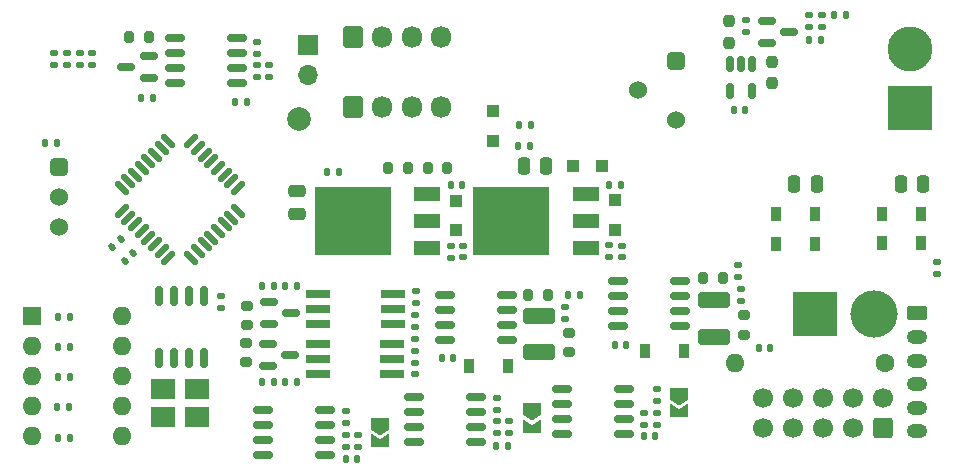
<source format=gbr>
%TF.GenerationSoftware,KiCad,Pcbnew,(6.0.11)*%
%TF.CreationDate,2024-02-10T16:45:40+09:00*%
%TF.ProjectId,SmallMD,536d616c-6c4d-4442-9e6b-696361645f70,rev?*%
%TF.SameCoordinates,Original*%
%TF.FileFunction,Soldermask,Bot*%
%TF.FilePolarity,Negative*%
%FSLAX46Y46*%
G04 Gerber Fmt 4.6, Leading zero omitted, Abs format (unit mm)*
G04 Created by KiCad (PCBNEW (6.0.11)) date 2024-02-10 16:45:40*
%MOMM*%
%LPD*%
G01*
G04 APERTURE LIST*
G04 Aperture macros list*
%AMRoundRect*
0 Rectangle with rounded corners*
0 $1 Rounding radius*
0 $2 $3 $4 $5 $6 $7 $8 $9 X,Y pos of 4 corners*
0 Add a 4 corners polygon primitive as box body*
4,1,4,$2,$3,$4,$5,$6,$7,$8,$9,$2,$3,0*
0 Add four circle primitives for the rounded corners*
1,1,$1+$1,$2,$3*
1,1,$1+$1,$4,$5*
1,1,$1+$1,$6,$7*
1,1,$1+$1,$8,$9*
0 Add four rect primitives between the rounded corners*
20,1,$1+$1,$2,$3,$4,$5,0*
20,1,$1+$1,$4,$5,$6,$7,0*
20,1,$1+$1,$6,$7,$8,$9,0*
20,1,$1+$1,$8,$9,$2,$3,0*%
%AMFreePoly0*
4,1,6,1.000000,0.000000,0.500000,-0.750000,-0.500000,-0.750000,-0.500000,0.750000,0.500000,0.750000,1.000000,0.000000,1.000000,0.000000,$1*%
%AMFreePoly1*
4,1,6,0.500000,-0.750000,-0.650000,-0.750000,-0.150000,0.000000,-0.650000,0.750000,0.500000,0.750000,0.500000,-0.750000,0.500000,-0.750000,$1*%
G04 Aperture macros list end*
%ADD10RoundRect,0.381000X-0.381000X-0.381000X0.381000X-0.381000X0.381000X0.381000X-0.381000X0.381000X0*%
%ADD11C,1.524000*%
%ADD12R,3.800000X3.800000*%
%ADD13C,3.800000*%
%ADD14C,2.000000*%
%ADD15R,1.700000X1.700000*%
%ADD16O,1.700000X1.700000*%
%ADD17C,1.600000*%
%ADD18O,1.600000X1.600000*%
%ADD19R,1.600000X1.600000*%
%ADD20R,0.900000X1.200000*%
%ADD21RoundRect,0.135000X0.135000X0.185000X-0.135000X0.185000X-0.135000X-0.185000X0.135000X-0.185000X0*%
%ADD22RoundRect,0.150000X-0.675000X-0.150000X0.675000X-0.150000X0.675000X0.150000X-0.675000X0.150000X0*%
%ADD23RoundRect,0.250000X-0.475000X0.250000X-0.475000X-0.250000X0.475000X-0.250000X0.475000X0.250000X0*%
%ADD24RoundRect,0.135000X-0.185000X0.135000X-0.185000X-0.135000X0.185000X-0.135000X0.185000X0.135000X0*%
%ADD25RoundRect,0.140000X0.170000X-0.140000X0.170000X0.140000X-0.170000X0.140000X-0.170000X-0.140000X0*%
%ADD26R,1.000000X1.000000*%
%ADD27RoundRect,0.250000X-0.600000X-0.675000X0.600000X-0.675000X0.600000X0.675000X-0.600000X0.675000X0*%
%ADD28O,1.700000X1.850000*%
%ADD29RoundRect,0.140000X-0.170000X0.140000X-0.170000X-0.140000X0.170000X-0.140000X0.170000X0.140000X0*%
%ADD30RoundRect,0.237500X0.237500X-0.250000X0.237500X0.250000X-0.237500X0.250000X-0.237500X-0.250000X0*%
%ADD31R,2.000000X0.640000*%
%ADD32R,2.200000X1.200000*%
%ADD33R,6.400000X5.800000*%
%ADD34RoundRect,0.200000X-0.200000X-0.275000X0.200000X-0.275000X0.200000X0.275000X-0.200000X0.275000X0*%
%ADD35RoundRect,0.200000X-0.275000X0.200000X-0.275000X-0.200000X0.275000X-0.200000X0.275000X0.200000X0*%
%ADD36RoundRect,0.135000X0.185000X-0.135000X0.185000X0.135000X-0.185000X0.135000X-0.185000X-0.135000X0*%
%ADD37C,4.000000*%
%ADD38R,2.100000X1.800000*%
%ADD39RoundRect,0.135000X-0.135000X-0.185000X0.135000X-0.185000X0.135000X0.185000X-0.135000X0.185000X0*%
%ADD40RoundRect,0.150000X-0.150000X0.512500X-0.150000X-0.512500X0.150000X-0.512500X0.150000X0.512500X0*%
%ADD41RoundRect,0.250000X0.600000X-0.600000X0.600000X0.600000X-0.600000X0.600000X-0.600000X-0.600000X0*%
%ADD42C,1.700000*%
%ADD43RoundRect,0.140000X-0.140000X-0.170000X0.140000X-0.170000X0.140000X0.170000X-0.140000X0.170000X0*%
%ADD44RoundRect,0.150000X0.150000X-0.675000X0.150000X0.675000X-0.150000X0.675000X-0.150000X-0.675000X0*%
%ADD45RoundRect,0.250000X0.250000X0.475000X-0.250000X0.475000X-0.250000X-0.475000X0.250000X-0.475000X0*%
%ADD46FreePoly0,270.000000*%
%ADD47FreePoly1,270.000000*%
%ADD48RoundRect,0.200000X0.200000X0.275000X-0.200000X0.275000X-0.200000X-0.275000X0.200000X-0.275000X0*%
%ADD49RoundRect,0.140000X-0.021213X0.219203X-0.219203X0.021213X0.021213X-0.219203X0.219203X-0.021213X0*%
%ADD50RoundRect,0.150000X-0.587500X-0.150000X0.587500X-0.150000X0.587500X0.150000X-0.587500X0.150000X0*%
%ADD51RoundRect,0.140000X0.140000X0.170000X-0.140000X0.170000X-0.140000X-0.170000X0.140000X-0.170000X0*%
%ADD52RoundRect,0.237500X-0.237500X0.250000X-0.237500X-0.250000X0.237500X-0.250000X0.237500X0.250000X0*%
%ADD53RoundRect,0.250000X1.100000X-0.412500X1.100000X0.412500X-1.100000X0.412500X-1.100000X-0.412500X0*%
%ADD54RoundRect,0.250000X-0.625000X0.350000X-0.625000X-0.350000X0.625000X-0.350000X0.625000X0.350000X0*%
%ADD55O,1.750000X1.200000*%
%ADD56RoundRect,0.150000X0.587500X0.150000X-0.587500X0.150000X-0.587500X-0.150000X0.587500X-0.150000X0*%
%ADD57RoundRect,0.200000X0.275000X-0.200000X0.275000X0.200000X-0.275000X0.200000X-0.275000X-0.200000X0*%
%ADD58RoundRect,0.125000X-0.353553X-0.530330X0.530330X0.353553X0.353553X0.530330X-0.530330X-0.353553X0*%
%ADD59RoundRect,0.125000X0.353553X-0.530330X0.530330X-0.353553X-0.353553X0.530330X-0.530330X0.353553X0*%
G04 APERTURE END LIST*
D10*
%TO.C,SW3*%
X147200000Y-61690000D03*
D11*
X144000000Y-64190000D03*
X147200000Y-66690000D03*
%TD*%
D12*
%TO.C,J1*%
X167070000Y-65740000D03*
D13*
X167070000Y-60740000D03*
%TD*%
D14*
%TO.C,TP5*%
X115300000Y-66600000D03*
%TD*%
D10*
%TO.C,SW2*%
X94960000Y-70710000D03*
D11*
X94960000Y-73250000D03*
X94960000Y-75790000D03*
%TD*%
D15*
%TO.C,JP3*%
X116050000Y-60335000D03*
D16*
X116050000Y-62875000D03*
%TD*%
D17*
%TO.C,R67*%
X164930000Y-87270000D03*
D18*
X152230000Y-87270000D03*
%TD*%
D19*
%TO.C,SW1*%
X92740000Y-83345000D03*
D18*
X92740000Y-85885000D03*
X92740000Y-88425000D03*
X92740000Y-90965000D03*
X92740000Y-93505000D03*
X100360000Y-93505000D03*
X100360000Y-90965000D03*
X100360000Y-88425000D03*
X100360000Y-85885000D03*
X100360000Y-83345000D03*
%TD*%
D20*
%TO.C,D19*%
X159010000Y-74720000D03*
X155710000Y-74720000D03*
%TD*%
D21*
%TO.C,R1*%
X95930000Y-83440000D03*
X94910000Y-83440000D03*
%TD*%
D22*
%TO.C,U10*%
X127644072Y-85340315D03*
X127644072Y-84070315D03*
X127644072Y-82800315D03*
X127644072Y-81530315D03*
X132894072Y-81530315D03*
X132894072Y-82800315D03*
X132894072Y-84070315D03*
X132894072Y-85340315D03*
%TD*%
D23*
%TO.C,C7*%
X115110000Y-72770000D03*
X115110000Y-74670000D03*
%TD*%
D24*
%TO.C,R16*%
X94600000Y-61060000D03*
X94600000Y-62080000D03*
%TD*%
D25*
%TO.C,C23*%
X125160000Y-84230000D03*
X125160000Y-83270000D03*
%TD*%
D22*
%TO.C,U11*%
X142345000Y-84190000D03*
X142345000Y-82920000D03*
X142345000Y-81650000D03*
X142345000Y-80380000D03*
X147595000Y-80380000D03*
X147595000Y-81650000D03*
X147595000Y-82920000D03*
X147595000Y-84190000D03*
%TD*%
D26*
%TO.C,D8*%
X142082000Y-76022000D03*
X142082000Y-73522000D03*
%TD*%
D27*
%TO.C,J5*%
X119860000Y-59720000D03*
D28*
X122360000Y-59720000D03*
X124860000Y-59720000D03*
X127360000Y-59720000D03*
%TD*%
D21*
%TO.C,R34*%
X134877500Y-68916385D03*
X133857500Y-68916385D03*
%TD*%
D24*
%TO.C,R38*%
X132055000Y-92218249D03*
X132055000Y-93238249D03*
%TD*%
%TO.C,R43*%
X133090525Y-92218249D03*
X133090525Y-93238249D03*
%TD*%
D22*
%TO.C,U12*%
X137605000Y-93345000D03*
X137605000Y-92075000D03*
X137605000Y-90805000D03*
X137605000Y-89535000D03*
X142855000Y-89535000D03*
X142855000Y-90805000D03*
X142855000Y-92075000D03*
X142855000Y-93345000D03*
%TD*%
D25*
%TO.C,C22*%
X125140000Y-88225000D03*
X125140000Y-87265000D03*
%TD*%
D29*
%TO.C,C3*%
X129170000Y-77370001D03*
X129170000Y-78330001D03*
%TD*%
D21*
%TO.C,R6*%
X95890000Y-93620000D03*
X94870000Y-93620000D03*
%TD*%
D24*
%TO.C,R74*%
X144560000Y-91510000D03*
X144560000Y-92530000D03*
%TD*%
D30*
%TO.C,R45*%
X151760000Y-60180000D03*
X151760000Y-58355000D03*
%TD*%
D29*
%TO.C,C1*%
X158510000Y-57870000D03*
X158510000Y-58830000D03*
%TD*%
%TO.C,C8*%
X108710000Y-81640000D03*
X108710000Y-82600000D03*
%TD*%
D27*
%TO.C,J6*%
X119860000Y-65620000D03*
D28*
X122360000Y-65620000D03*
X124860000Y-65620000D03*
X127360000Y-65620000D03*
%TD*%
D31*
%TO.C,U9*%
X116929999Y-83960001D03*
X116929999Y-82690001D03*
X116929999Y-81420001D03*
X123229999Y-81420001D03*
X123229999Y-82690001D03*
X123229999Y-83960001D03*
%TD*%
D24*
%TO.C,R15*%
X97820000Y-61070000D03*
X97820000Y-62090000D03*
%TD*%
D32*
%TO.C,U2*%
X139600000Y-72979999D03*
D33*
X133300000Y-75259999D03*
D32*
X139600000Y-75259999D03*
X139600000Y-77539999D03*
%TD*%
D20*
%TO.C,D15*%
X133010000Y-87515000D03*
X129710000Y-87515000D03*
%TD*%
D34*
%TO.C,R66*%
X149525000Y-80085000D03*
X151175000Y-80085000D03*
%TD*%
D24*
%TO.C,R71*%
X152460000Y-79025000D03*
X152460000Y-80045000D03*
%TD*%
D35*
%TO.C,R41*%
X110880000Y-82430000D03*
X110880000Y-84080000D03*
%TD*%
D26*
%TO.C,D7*%
X128620000Y-76070000D03*
X128620000Y-73570000D03*
%TD*%
D24*
%TO.C,R14*%
X96760000Y-61060000D03*
X96760000Y-62080000D03*
%TD*%
%TO.C,R37*%
X132055000Y-90228249D03*
X132055000Y-91248249D03*
%TD*%
D36*
%TO.C,R17*%
X141590000Y-78330000D03*
X141590000Y-77310000D03*
%TD*%
D12*
%TO.C,J4*%
X159030000Y-83110000D03*
D37*
X164030000Y-83110000D03*
%TD*%
D38*
%TO.C,Y1*%
X106700000Y-91828928D03*
X103800000Y-91828928D03*
X103800000Y-89528928D03*
X106700000Y-89528928D03*
%TD*%
D20*
%TO.C,D20*%
X155710000Y-77260000D03*
X159010000Y-77260000D03*
%TD*%
D36*
%TO.C,R59*%
X125180000Y-82230000D03*
X125180000Y-81210000D03*
%TD*%
D39*
%TO.C,R7*%
X160600000Y-57810000D03*
X161620000Y-57810000D03*
%TD*%
D24*
%TO.C,R8*%
X159560000Y-57820000D03*
X159560000Y-58840000D03*
%TD*%
%TO.C,R42*%
X120330000Y-93400000D03*
X120330000Y-94420000D03*
%TD*%
D39*
%TO.C,R48*%
X112170000Y-80745000D03*
X113190000Y-80745000D03*
%TD*%
%TO.C,R54*%
X101900000Y-64900000D03*
X102920000Y-64900000D03*
%TD*%
D24*
%TO.C,R72*%
X169330000Y-78730000D03*
X169330000Y-79750000D03*
%TD*%
D36*
%TO.C,R19*%
X128140000Y-78370000D03*
X128140000Y-77350000D03*
%TD*%
D40*
%TO.C,U6*%
X151770000Y-61970000D03*
X152720000Y-61970000D03*
X153670000Y-61970000D03*
X153670000Y-64245000D03*
X151770000Y-64245000D03*
%TD*%
D41*
%TO.C,J7*%
X164760000Y-92830000D03*
D42*
X164760000Y-90290000D03*
X162220000Y-92830000D03*
X162220000Y-90290000D03*
X159680000Y-92830000D03*
X159680000Y-90290000D03*
X157140000Y-92830000D03*
X157140000Y-90290000D03*
X154600000Y-92830000D03*
X154600000Y-90290000D03*
%TD*%
D32*
%TO.C,U1*%
X126170000Y-72970000D03*
D33*
X119870000Y-75250000D03*
D32*
X126170000Y-75250000D03*
X126170000Y-77530000D03*
%TD*%
D43*
%TO.C,C6*%
X141580000Y-72210000D03*
X142540000Y-72210000D03*
%TD*%
%TO.C,C24*%
X109930000Y-65210000D03*
X110890000Y-65210000D03*
%TD*%
D44*
%TO.C,U13*%
X107285000Y-86903929D03*
X106015000Y-86903929D03*
X104745000Y-86903929D03*
X103475000Y-86903929D03*
X103475000Y-81653929D03*
X104745000Y-81653929D03*
X106015000Y-81653929D03*
X107285000Y-81653929D03*
%TD*%
D45*
%TO.C,C17*%
X168160000Y-72120000D03*
X166260000Y-72120000D03*
%TD*%
D35*
%TO.C,R40*%
X110860000Y-85580000D03*
X110860000Y-87230000D03*
%TD*%
D24*
%TO.C,R73*%
X145620000Y-89530000D03*
X145620000Y-90550000D03*
%TD*%
D46*
%TO.C,JP1*%
X122180000Y-92435000D03*
D47*
X122180000Y-93885000D03*
%TD*%
D45*
%TO.C,C18*%
X159160000Y-72120000D03*
X157260000Y-72120000D03*
%TD*%
D24*
%TO.C,R13*%
X95680000Y-61060000D03*
X95680000Y-62080000D03*
%TD*%
%TO.C,R56*%
X111770000Y-60130000D03*
X111770000Y-61150000D03*
%TD*%
D48*
%TO.C,R49*%
X102584048Y-59720000D03*
X100934048Y-59720000D03*
%TD*%
D22*
%TO.C,U5*%
X125050000Y-94003249D03*
X125050000Y-92733249D03*
X125050000Y-91463249D03*
X125050000Y-90193249D03*
X130300000Y-90193249D03*
X130300000Y-91463249D03*
X130300000Y-92733249D03*
X130300000Y-94003249D03*
%TD*%
D48*
%TO.C,R12*%
X124510000Y-70810000D03*
X122860000Y-70810000D03*
%TD*%
D22*
%TO.C,U7*%
X104825000Y-63575000D03*
X104825000Y-62305000D03*
X104825000Y-61035000D03*
X104825000Y-59765000D03*
X110075000Y-59765000D03*
X110075000Y-61035000D03*
X110075000Y-62305000D03*
X110075000Y-63575000D03*
%TD*%
D34*
%TO.C,R64*%
X134735000Y-81555000D03*
X136385000Y-81555000D03*
%TD*%
D39*
%TO.C,R47*%
X112190000Y-88890000D03*
X113210000Y-88890000D03*
%TD*%
D49*
%TO.C,C11*%
X100199411Y-76780589D03*
X99520589Y-77459411D03*
%TD*%
D48*
%TO.C,R11*%
X127845000Y-70800000D03*
X126195000Y-70800000D03*
%TD*%
D43*
%TO.C,C29*%
X154250000Y-86010000D03*
X155210000Y-86010000D03*
%TD*%
D26*
%TO.C,D14*%
X131700000Y-68500000D03*
X131700000Y-66000000D03*
%TD*%
D43*
%TO.C,C30*%
X144530000Y-93480000D03*
X145490000Y-93480000D03*
%TD*%
D50*
%TO.C,Q15*%
X112732500Y-83990000D03*
X112732500Y-82090000D03*
X114607500Y-83040000D03*
%TD*%
D31*
%TO.C,U8*%
X116920000Y-88225000D03*
X116920000Y-86955000D03*
X116920000Y-85685000D03*
X123220000Y-85685000D03*
X123220000Y-86955000D03*
X123220000Y-88225000D03*
%TD*%
D20*
%TO.C,D22*%
X164710000Y-77120000D03*
X168010000Y-77120000D03*
%TD*%
D24*
%TO.C,R75*%
X145630000Y-91510000D03*
X145630000Y-92530000D03*
%TD*%
D45*
%TO.C,C2*%
X136240000Y-70650000D03*
X134340000Y-70650000D03*
%TD*%
D29*
%TO.C,C4*%
X142670000Y-77350000D03*
X142670000Y-78310000D03*
%TD*%
D49*
%TO.C,C12*%
X101279411Y-77950589D03*
X100600589Y-78629411D03*
%TD*%
D46*
%TO.C,JP2*%
X135025000Y-91233249D03*
D47*
X135025000Y-92683249D03*
%TD*%
D43*
%TO.C,C21*%
X132025000Y-94298249D03*
X132985000Y-94298249D03*
%TD*%
D50*
%TO.C,Q14*%
X112712500Y-87565000D03*
X112712500Y-85665000D03*
X114587500Y-86615000D03*
%TD*%
D43*
%TO.C,C20*%
X119254476Y-95427895D03*
X120214476Y-95427895D03*
%TD*%
D51*
%TO.C,C26*%
X143020000Y-85755000D03*
X142060000Y-85755000D03*
%TD*%
D24*
%TO.C,R57*%
X111780000Y-62060000D03*
X111780000Y-63080000D03*
%TD*%
%TO.C,R68*%
X137860000Y-82545000D03*
X137860000Y-83565000D03*
%TD*%
D46*
%TO.C,JP4*%
X147520000Y-89945000D03*
D47*
X147520000Y-91395000D03*
%TD*%
D52*
%TO.C,R44*%
X155390000Y-61785000D03*
X155390000Y-63610000D03*
%TD*%
D21*
%TO.C,R50*%
X115150000Y-88890000D03*
X114130000Y-88890000D03*
%TD*%
%TO.C,R3*%
X95890000Y-88500000D03*
X94870000Y-88500000D03*
%TD*%
%TO.C,R2*%
X95890000Y-85960000D03*
X94870000Y-85960000D03*
%TD*%
D50*
%TO.C,Q2*%
X154902500Y-60240000D03*
X154902500Y-58340000D03*
X156777500Y-59290000D03*
%TD*%
D36*
%TO.C,R60*%
X112790000Y-63070000D03*
X112790000Y-62050000D03*
%TD*%
%TO.C,R10*%
X153180000Y-59240000D03*
X153180000Y-58220000D03*
%TD*%
D53*
%TO.C,C28*%
X150460000Y-85057500D03*
X150460000Y-81932500D03*
%TD*%
D26*
%TO.C,D1*%
X138500000Y-70620000D03*
X141000000Y-70620000D03*
%TD*%
D21*
%TO.C,R4*%
X94830000Y-68630000D03*
X93810000Y-68630000D03*
%TD*%
D24*
%TO.C,R35*%
X119260000Y-91370000D03*
X119260000Y-92390000D03*
%TD*%
D54*
%TO.C,J8*%
X167660000Y-83090000D03*
D55*
X167660000Y-85090000D03*
X167660000Y-87090000D03*
X167660000Y-89090000D03*
X167660000Y-91090000D03*
X167660000Y-93090000D03*
%TD*%
D56*
%TO.C,Q16*%
X102577500Y-61300000D03*
X102577500Y-63200000D03*
X100702500Y-62250000D03*
%TD*%
D24*
%TO.C,R36*%
X119270000Y-93390000D03*
X119270000Y-94410000D03*
%TD*%
D21*
%TO.C,R31*%
X134930000Y-67173884D03*
X133910000Y-67173884D03*
%TD*%
D24*
%TO.C,R58*%
X125150000Y-85225000D03*
X125150000Y-86245000D03*
%TD*%
D57*
%TO.C,R65*%
X152960000Y-84920000D03*
X152960000Y-83270000D03*
%TD*%
D53*
%TO.C,C27*%
X135670000Y-86407500D03*
X135670000Y-83282500D03*
%TD*%
D58*
%TO.C,U3*%
X104246089Y-78386745D03*
X103680404Y-77821059D03*
X103114718Y-77255374D03*
X102549033Y-76689689D03*
X101983347Y-76124003D03*
X101417662Y-75558318D03*
X100851977Y-74992632D03*
X100286291Y-74426947D03*
D59*
X100286291Y-72482403D03*
X100851977Y-71916718D03*
X101417662Y-71351032D03*
X101983347Y-70785347D03*
X102549033Y-70219661D03*
X103114718Y-69653976D03*
X103680404Y-69088291D03*
X104246089Y-68522605D03*
D58*
X106190633Y-68522605D03*
X106756318Y-69088291D03*
X107322004Y-69653976D03*
X107887689Y-70219661D03*
X108453375Y-70785347D03*
X109019060Y-71351032D03*
X109584745Y-71916718D03*
X110150431Y-72482403D03*
D59*
X110150431Y-74426947D03*
X109584745Y-74992632D03*
X109019060Y-75558318D03*
X108453375Y-76124003D03*
X107887689Y-76689689D03*
X107322004Y-77255374D03*
X106756318Y-77821059D03*
X106190633Y-78386745D03*
%TD*%
D20*
%TO.C,D16*%
X147870000Y-86275000D03*
X144570000Y-86275000D03*
%TD*%
D22*
%TO.C,U4*%
X112245000Y-95055000D03*
X112245000Y-93785000D03*
X112245000Y-92515000D03*
X112245000Y-91245000D03*
X117495000Y-91245000D03*
X117495000Y-92515000D03*
X117495000Y-93785000D03*
X117495000Y-95055000D03*
%TD*%
D21*
%TO.C,R5*%
X95870000Y-91040000D03*
X94850000Y-91040000D03*
%TD*%
D24*
%TO.C,R70*%
X152730000Y-81055000D03*
X152730000Y-82075000D03*
%TD*%
D21*
%TO.C,R51*%
X115180000Y-80765000D03*
X114160000Y-80765000D03*
%TD*%
%TO.C,R69*%
X139130000Y-81510000D03*
X138110000Y-81510000D03*
%TD*%
%TO.C,R9*%
X159500000Y-59950000D03*
X158480000Y-59950000D03*
%TD*%
D43*
%TO.C,C5*%
X128140000Y-72230000D03*
X129100000Y-72230000D03*
%TD*%
D57*
%TO.C,R63*%
X138150000Y-86390000D03*
X138150000Y-84740000D03*
%TD*%
D51*
%TO.C,C19*%
X153090000Y-65837500D03*
X152130000Y-65837500D03*
%TD*%
%TO.C,C25*%
X128340000Y-86845000D03*
X127380000Y-86845000D03*
%TD*%
D20*
%TO.C,D21*%
X168010000Y-74640000D03*
X164710000Y-74640000D03*
%TD*%
D39*
%TO.C,R18*%
X117680000Y-71110000D03*
X118700000Y-71110000D03*
%TD*%
M02*

</source>
